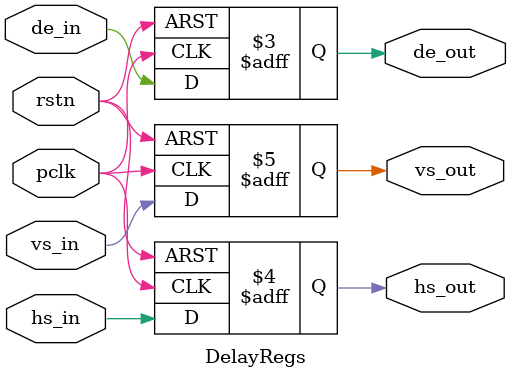
<source format=v>
`timescale 1ns / 1ps

module DelayRegs(
    input  wire pclk,
    input  wire rstn,
    input  wire de_in,
    input  wire hs_in,
    input  wire vs_in,
    output reg  de_out,
    output reg  hs_out,
    output reg  vs_out
);

always @(posedge pclk or negedge rstn) begin
    if (!rstn) begin
        de_out <= 1'b0;
        hs_out <= 1'b0;
        vs_out <= 1'b0;
    end else begin
        de_out <= de_in;
        hs_out <= hs_in;
        vs_out <= vs_in;
    end
end

endmodule

</source>
